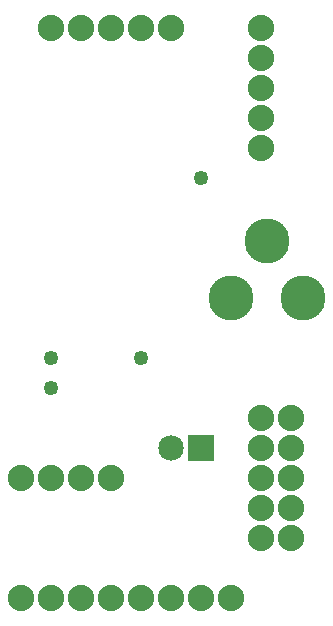
<source format=gts>
G04 MADE WITH FRITZING*
G04 WWW.FRITZING.ORG*
G04 DOUBLE SIDED*
G04 HOLES PLATED*
G04 CONTOUR ON CENTER OF CONTOUR VECTOR*
%ASAXBY*%
%FSLAX23Y23*%
%MOIN*%
%OFA0B0*%
%SFA1.0B1.0*%
%ADD10C,0.088000*%
%ADD11C,0.049370*%
%ADD12C,0.085000*%
%ADD13C,0.150000*%
%ADD14R,0.085000X0.085000*%
%LNMASK1*%
G90*
G70*
G54D10*
X920Y2000D03*
X920Y1900D03*
X920Y1800D03*
X920Y1700D03*
X920Y1600D03*
G54D11*
X520Y900D03*
X720Y1500D03*
X220Y800D03*
X220Y900D03*
G54D10*
X120Y500D03*
X220Y500D03*
X320Y500D03*
X420Y500D03*
G54D12*
X720Y600D03*
X620Y600D03*
G54D10*
X220Y2000D03*
X320Y2000D03*
X420Y2000D03*
X520Y2000D03*
X620Y2000D03*
X820Y100D03*
X720Y100D03*
X620Y100D03*
X520Y100D03*
X420Y100D03*
X320Y100D03*
X220Y100D03*
X120Y100D03*
G54D13*
X820Y1100D03*
X1060Y1100D03*
X940Y1290D03*
G54D10*
X920Y700D03*
X920Y600D03*
X920Y500D03*
X920Y400D03*
X920Y300D03*
X920Y700D03*
X920Y600D03*
X920Y500D03*
X920Y400D03*
X920Y300D03*
X1020Y300D03*
X1020Y400D03*
X1020Y500D03*
X1020Y600D03*
X1020Y700D03*
G54D14*
X720Y600D03*
G04 End of Mask1*
M02*
</source>
